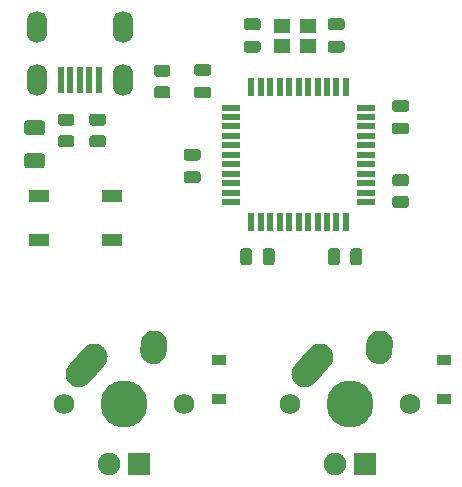
<source format=gbs>
%TF.GenerationSoftware,KiCad,Pcbnew,(5.1.8)-1*%
%TF.CreationDate,2020-12-12T02:16:41-05:00*%
%TF.ProjectId,experimental-pcb,65787065-7269-46d6-956e-74616c2d7063,rev?*%
%TF.SameCoordinates,Original*%
%TF.FileFunction,Soldermask,Bot*%
%TF.FilePolarity,Negative*%
%FSLAX46Y46*%
G04 Gerber Fmt 4.6, Leading zero omitted, Abs format (unit mm)*
G04 Created by KiCad (PCBNEW (5.1.8)-1) date 2020-12-12 02:16:41*
%MOMM*%
%LPD*%
G01*
G04 APERTURE LIST*
%ADD10R,1.400000X1.200000*%
%ADD11O,1.700000X2.700000*%
%ADD12R,0.500000X2.250000*%
%ADD13R,1.800000X1.100000*%
%ADD14C,1.750000*%
%ADD15R,1.905000X1.905000*%
%ADD16C,1.905000*%
%ADD17C,2.250000*%
%ADD18C,3.987800*%
%ADD19R,1.200000X0.900000*%
%ADD20R,1.500000X0.550000*%
%ADD21R,0.550000X1.500000*%
G04 APERTURE END LIST*
D10*
%TO.C,Y1*%
X139446000Y-17321000D03*
X137246000Y-17321000D03*
X137246000Y-15621000D03*
X139446000Y-15621000D03*
%TD*%
D11*
%TO.C,USB1*%
X116492000Y-15748000D03*
X123792000Y-15748000D03*
X123792000Y-20248000D03*
X116492000Y-20248000D03*
D12*
X118542000Y-20248000D03*
X119342000Y-20248000D03*
X120142000Y-20248000D03*
X120942000Y-20248000D03*
X121742000Y-20248000D03*
%TD*%
D13*
%TO.C,SW1*%
X116661000Y-30027000D03*
X122861000Y-33727000D03*
X116661000Y-33727000D03*
X122861000Y-30027000D03*
%TD*%
%TO.C,R4*%
G36*
G01*
X146869999Y-28189500D02*
X147770001Y-28189500D01*
G75*
G02*
X148020000Y-28439499I0J-249999D01*
G01*
X148020000Y-28964501D01*
G75*
G02*
X147770001Y-29214500I-249999J0D01*
G01*
X146869999Y-29214500D01*
G75*
G02*
X146620000Y-28964501I0J249999D01*
G01*
X146620000Y-28439499D01*
G75*
G02*
X146869999Y-28189500I249999J0D01*
G01*
G37*
G36*
G01*
X146869999Y-30014500D02*
X147770001Y-30014500D01*
G75*
G02*
X148020000Y-30264499I0J-249999D01*
G01*
X148020000Y-30789501D01*
G75*
G02*
X147770001Y-31039500I-249999J0D01*
G01*
X146869999Y-31039500D01*
G75*
G02*
X146620000Y-30789501I0J249999D01*
G01*
X146620000Y-30264499D01*
G75*
G02*
X146869999Y-30014500I249999J0D01*
G01*
G37*
%TD*%
%TO.C,R3*%
G36*
G01*
X127577001Y-21768500D02*
X126676999Y-21768500D01*
G75*
G02*
X126427000Y-21518501I0J249999D01*
G01*
X126427000Y-20993499D01*
G75*
G02*
X126676999Y-20743500I249999J0D01*
G01*
X127577001Y-20743500D01*
G75*
G02*
X127827000Y-20993499I0J-249999D01*
G01*
X127827000Y-21518501D01*
G75*
G02*
X127577001Y-21768500I-249999J0D01*
G01*
G37*
G36*
G01*
X127577001Y-19943500D02*
X126676999Y-19943500D01*
G75*
G02*
X126427000Y-19693501I0J249999D01*
G01*
X126427000Y-19168499D01*
G75*
G02*
X126676999Y-18918500I249999J0D01*
G01*
X127577001Y-18918500D01*
G75*
G02*
X127827000Y-19168499I0J-249999D01*
G01*
X127827000Y-19693501D01*
G75*
G02*
X127577001Y-19943500I-249999J0D01*
G01*
G37*
%TD*%
%TO.C,R2*%
G36*
G01*
X119449001Y-24087500D02*
X118548999Y-24087500D01*
G75*
G02*
X118299000Y-23837501I0J249999D01*
G01*
X118299000Y-23312499D01*
G75*
G02*
X118548999Y-23062500I249999J0D01*
G01*
X119449001Y-23062500D01*
G75*
G02*
X119699000Y-23312499I0J-249999D01*
G01*
X119699000Y-23837501D01*
G75*
G02*
X119449001Y-24087500I-249999J0D01*
G01*
G37*
G36*
G01*
X119449001Y-25912500D02*
X118548999Y-25912500D01*
G75*
G02*
X118299000Y-25662501I0J249999D01*
G01*
X118299000Y-25137499D01*
G75*
G02*
X118548999Y-24887500I249999J0D01*
G01*
X119449001Y-24887500D01*
G75*
G02*
X119699000Y-25137499I0J-249999D01*
G01*
X119699000Y-25662501D01*
G75*
G02*
X119449001Y-25912500I-249999J0D01*
G01*
G37*
%TD*%
%TO.C,R1*%
G36*
G01*
X122116001Y-24087500D02*
X121215999Y-24087500D01*
G75*
G02*
X120966000Y-23837501I0J249999D01*
G01*
X120966000Y-23312499D01*
G75*
G02*
X121215999Y-23062500I249999J0D01*
G01*
X122116001Y-23062500D01*
G75*
G02*
X122366000Y-23312499I0J-249999D01*
G01*
X122366000Y-23837501D01*
G75*
G02*
X122116001Y-24087500I-249999J0D01*
G01*
G37*
G36*
G01*
X122116001Y-25912500D02*
X121215999Y-25912500D01*
G75*
G02*
X120966000Y-25662501I0J249999D01*
G01*
X120966000Y-25137499D01*
G75*
G02*
X121215999Y-24887500I249999J0D01*
G01*
X122116001Y-24887500D01*
G75*
G02*
X122366000Y-25137499I0J-249999D01*
G01*
X122366000Y-25662501D01*
G75*
G02*
X122116001Y-25912500I-249999J0D01*
G01*
G37*
%TD*%
D14*
%TO.C,MX2*%
X148082000Y-47656000D03*
X137922000Y-47656000D03*
D15*
X144272000Y-52736000D03*
D16*
X141732000Y-52736000D03*
D17*
X140502000Y-43656000D03*
D18*
X143002000Y-47656000D03*
G36*
G01*
X138440688Y-45953350D02*
X138440683Y-45953345D01*
G75*
G02*
X138354655Y-44364683I751317J837345D01*
G01*
X139664657Y-42904683D01*
G75*
G02*
X141253319Y-42818655I837345J-751317D01*
G01*
X141253319Y-42818655D01*
G75*
G02*
X141339347Y-44407317I-751317J-837345D01*
G01*
X140029345Y-45867317D01*
G75*
G02*
X138440683Y-45953345I-837345J751317D01*
G01*
G37*
D17*
X145542000Y-42576000D03*
G36*
G01*
X145425483Y-44278395D02*
X145424597Y-44278334D01*
G75*
G02*
X144379666Y-43078597I77403J1122334D01*
G01*
X144419666Y-42498597D01*
G75*
G02*
X145619403Y-41453666I1122334J-77403D01*
G01*
X145619403Y-41453666D01*
G75*
G02*
X146664334Y-42653403I-77403J-1122334D01*
G01*
X146624334Y-43233403D01*
G75*
G02*
X145424597Y-44278334I-1122334J77403D01*
G01*
G37*
%TD*%
D14*
%TO.C,MX1*%
X128965000Y-47656000D03*
X118805000Y-47656000D03*
D15*
X125155000Y-52736000D03*
D16*
X122615000Y-52736000D03*
D17*
X121385000Y-43656000D03*
D18*
X123885000Y-47656000D03*
G36*
G01*
X119323688Y-45953350D02*
X119323683Y-45953345D01*
G75*
G02*
X119237655Y-44364683I751317J837345D01*
G01*
X120547657Y-42904683D01*
G75*
G02*
X122136319Y-42818655I837345J-751317D01*
G01*
X122136319Y-42818655D01*
G75*
G02*
X122222347Y-44407317I-751317J-837345D01*
G01*
X120912345Y-45867317D01*
G75*
G02*
X119323683Y-45953345I-837345J751317D01*
G01*
G37*
D17*
X126425000Y-42576000D03*
G36*
G01*
X126308483Y-44278395D02*
X126307597Y-44278334D01*
G75*
G02*
X125262666Y-43078597I77403J1122334D01*
G01*
X125302666Y-42498597D01*
G75*
G02*
X126502403Y-41453666I1122334J-77403D01*
G01*
X126502403Y-41453666D01*
G75*
G02*
X127547334Y-42653403I-77403J-1122334D01*
G01*
X127507334Y-43233403D01*
G75*
G02*
X126307597Y-44278334I-1122334J77403D01*
G01*
G37*
%TD*%
%TO.C,F1*%
G36*
G01*
X116957000Y-24882000D02*
X115707000Y-24882000D01*
G75*
G02*
X115457000Y-24632000I0J250000D01*
G01*
X115457000Y-23882000D01*
G75*
G02*
X115707000Y-23632000I250000J0D01*
G01*
X116957000Y-23632000D01*
G75*
G02*
X117207000Y-23882000I0J-250000D01*
G01*
X117207000Y-24632000D01*
G75*
G02*
X116957000Y-24882000I-250000J0D01*
G01*
G37*
G36*
G01*
X116957000Y-27682000D02*
X115707000Y-27682000D01*
G75*
G02*
X115457000Y-27432000I0J250000D01*
G01*
X115457000Y-26682000D01*
G75*
G02*
X115707000Y-26432000I250000J0D01*
G01*
X116957000Y-26432000D01*
G75*
G02*
X117207000Y-26682000I0J-250000D01*
G01*
X117207000Y-27432000D01*
G75*
G02*
X116957000Y-27682000I-250000J0D01*
G01*
G37*
%TD*%
D19*
%TO.C,D2*%
X151003000Y-43943000D03*
X151003000Y-47243000D03*
%TD*%
%TO.C,D1*%
X131953000Y-43943000D03*
X131953000Y-47243000D03*
%TD*%
%TO.C,C7*%
G36*
G01*
X129192000Y-26043000D02*
X130142000Y-26043000D01*
G75*
G02*
X130392000Y-26293000I0J-250000D01*
G01*
X130392000Y-26793000D01*
G75*
G02*
X130142000Y-27043000I-250000J0D01*
G01*
X129192000Y-27043000D01*
G75*
G02*
X128942000Y-26793000I0J250000D01*
G01*
X128942000Y-26293000D01*
G75*
G02*
X129192000Y-26043000I250000J0D01*
G01*
G37*
G36*
G01*
X129192000Y-27943000D02*
X130142000Y-27943000D01*
G75*
G02*
X130392000Y-28193000I0J-250000D01*
G01*
X130392000Y-28693000D01*
G75*
G02*
X130142000Y-28943000I-250000J0D01*
G01*
X129192000Y-28943000D01*
G75*
G02*
X128942000Y-28693000I0J250000D01*
G01*
X128942000Y-28193000D01*
G75*
G02*
X129192000Y-27943000I250000J0D01*
G01*
G37*
%TD*%
%TO.C,C6*%
G36*
G01*
X133744000Y-35654000D02*
X133744000Y-34704000D01*
G75*
G02*
X133994000Y-34454000I250000J0D01*
G01*
X134494000Y-34454000D01*
G75*
G02*
X134744000Y-34704000I0J-250000D01*
G01*
X134744000Y-35654000D01*
G75*
G02*
X134494000Y-35904000I-250000J0D01*
G01*
X133994000Y-35904000D01*
G75*
G02*
X133744000Y-35654000I0J250000D01*
G01*
G37*
G36*
G01*
X135644000Y-35654000D02*
X135644000Y-34704000D01*
G75*
G02*
X135894000Y-34454000I250000J0D01*
G01*
X136394000Y-34454000D01*
G75*
G02*
X136644000Y-34704000I0J-250000D01*
G01*
X136644000Y-35654000D01*
G75*
G02*
X136394000Y-35904000I-250000J0D01*
G01*
X135894000Y-35904000D01*
G75*
G02*
X135644000Y-35654000I0J250000D01*
G01*
G37*
%TD*%
%TO.C,C5*%
G36*
G01*
X134272000Y-14999000D02*
X135222000Y-14999000D01*
G75*
G02*
X135472000Y-15249000I0J-250000D01*
G01*
X135472000Y-15749000D01*
G75*
G02*
X135222000Y-15999000I-250000J0D01*
G01*
X134272000Y-15999000D01*
G75*
G02*
X134022000Y-15749000I0J250000D01*
G01*
X134022000Y-15249000D01*
G75*
G02*
X134272000Y-14999000I250000J0D01*
G01*
G37*
G36*
G01*
X134272000Y-16899000D02*
X135222000Y-16899000D01*
G75*
G02*
X135472000Y-17149000I0J-250000D01*
G01*
X135472000Y-17649000D01*
G75*
G02*
X135222000Y-17899000I-250000J0D01*
G01*
X134272000Y-17899000D01*
G75*
G02*
X134022000Y-17649000I0J250000D01*
G01*
X134022000Y-17149000D01*
G75*
G02*
X134272000Y-16899000I250000J0D01*
G01*
G37*
%TD*%
%TO.C,C4*%
G36*
G01*
X142334000Y-17894000D02*
X141384000Y-17894000D01*
G75*
G02*
X141134000Y-17644000I0J250000D01*
G01*
X141134000Y-17144000D01*
G75*
G02*
X141384000Y-16894000I250000J0D01*
G01*
X142334000Y-16894000D01*
G75*
G02*
X142584000Y-17144000I0J-250000D01*
G01*
X142584000Y-17644000D01*
G75*
G02*
X142334000Y-17894000I-250000J0D01*
G01*
G37*
G36*
G01*
X142334000Y-15994000D02*
X141384000Y-15994000D01*
G75*
G02*
X141134000Y-15744000I0J250000D01*
G01*
X141134000Y-15244000D01*
G75*
G02*
X141384000Y-14994000I250000J0D01*
G01*
X142334000Y-14994000D01*
G75*
G02*
X142584000Y-15244000I0J-250000D01*
G01*
X142584000Y-15744000D01*
G75*
G02*
X142334000Y-15994000I-250000J0D01*
G01*
G37*
%TD*%
%TO.C,C3*%
G36*
G01*
X147795000Y-24818000D02*
X146845000Y-24818000D01*
G75*
G02*
X146595000Y-24568000I0J250000D01*
G01*
X146595000Y-24068000D01*
G75*
G02*
X146845000Y-23818000I250000J0D01*
G01*
X147795000Y-23818000D01*
G75*
G02*
X148045000Y-24068000I0J-250000D01*
G01*
X148045000Y-24568000D01*
G75*
G02*
X147795000Y-24818000I-250000J0D01*
G01*
G37*
G36*
G01*
X147795000Y-22918000D02*
X146845000Y-22918000D01*
G75*
G02*
X146595000Y-22668000I0J250000D01*
G01*
X146595000Y-22168000D01*
G75*
G02*
X146845000Y-21918000I250000J0D01*
G01*
X147795000Y-21918000D01*
G75*
G02*
X148045000Y-22168000I0J-250000D01*
G01*
X148045000Y-22668000D01*
G75*
G02*
X147795000Y-22918000I-250000J0D01*
G01*
G37*
%TD*%
%TO.C,C2*%
G36*
G01*
X144071000Y-34704000D02*
X144071000Y-35654000D01*
G75*
G02*
X143821000Y-35904000I-250000J0D01*
G01*
X143321000Y-35904000D01*
G75*
G02*
X143071000Y-35654000I0J250000D01*
G01*
X143071000Y-34704000D01*
G75*
G02*
X143321000Y-34454000I250000J0D01*
G01*
X143821000Y-34454000D01*
G75*
G02*
X144071000Y-34704000I0J-250000D01*
G01*
G37*
G36*
G01*
X142171000Y-34704000D02*
X142171000Y-35654000D01*
G75*
G02*
X141921000Y-35904000I-250000J0D01*
G01*
X141421000Y-35904000D01*
G75*
G02*
X141171000Y-35654000I0J250000D01*
G01*
X141171000Y-34704000D01*
G75*
G02*
X141421000Y-34454000I250000J0D01*
G01*
X141921000Y-34454000D01*
G75*
G02*
X142171000Y-34704000I0J-250000D01*
G01*
G37*
%TD*%
%TO.C,C1*%
G36*
G01*
X131031000Y-21770000D02*
X130081000Y-21770000D01*
G75*
G02*
X129831000Y-21520000I0J250000D01*
G01*
X129831000Y-21020000D01*
G75*
G02*
X130081000Y-20770000I250000J0D01*
G01*
X131031000Y-20770000D01*
G75*
G02*
X131281000Y-21020000I0J-250000D01*
G01*
X131281000Y-21520000D01*
G75*
G02*
X131031000Y-21770000I-250000J0D01*
G01*
G37*
G36*
G01*
X131031000Y-19870000D02*
X130081000Y-19870000D01*
G75*
G02*
X129831000Y-19620000I0J250000D01*
G01*
X129831000Y-19120000D01*
G75*
G02*
X130081000Y-18870000I250000J0D01*
G01*
X131031000Y-18870000D01*
G75*
G02*
X131281000Y-19120000I0J-250000D01*
G01*
X131281000Y-19620000D01*
G75*
G02*
X131031000Y-19870000I-250000J0D01*
G01*
G37*
%TD*%
D20*
%TO.C,U1*%
X132984000Y-30543000D03*
X132984000Y-29743000D03*
X132984000Y-28943000D03*
X132984000Y-28143000D03*
X132984000Y-27343000D03*
X132984000Y-26543000D03*
X132984000Y-25743000D03*
X132984000Y-24943000D03*
X132984000Y-24143000D03*
X132984000Y-23343000D03*
X132984000Y-22543000D03*
D21*
X134684000Y-20843000D03*
X135484000Y-20843000D03*
X136284000Y-20843000D03*
X137084000Y-20843000D03*
X137884000Y-20843000D03*
X138684000Y-20843000D03*
X139484000Y-20843000D03*
X140284000Y-20843000D03*
X141084000Y-20843000D03*
X141884000Y-20843000D03*
X142684000Y-20843000D03*
D20*
X144384000Y-22543000D03*
X144384000Y-23343000D03*
X144384000Y-24143000D03*
X144384000Y-24943000D03*
X144384000Y-25743000D03*
X144384000Y-26543000D03*
X144384000Y-27343000D03*
X144384000Y-28143000D03*
X144384000Y-28943000D03*
X144384000Y-29743000D03*
X144384000Y-30543000D03*
D21*
X142684000Y-32243000D03*
X141884000Y-32243000D03*
X141084000Y-32243000D03*
X140284000Y-32243000D03*
X139484000Y-32243000D03*
X138684000Y-32243000D03*
X137884000Y-32243000D03*
X137084000Y-32243000D03*
X136284000Y-32243000D03*
X135484000Y-32243000D03*
X134684000Y-32243000D03*
%TD*%
M02*

</source>
